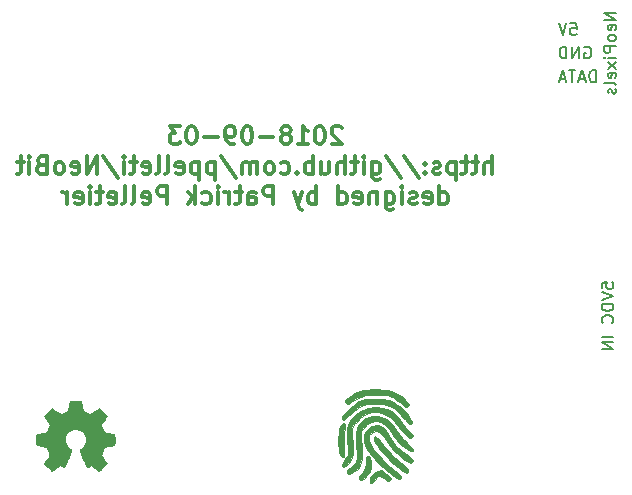
<source format=gbo>
G04 #@! TF.FileFunction,Legend,Bot*
%FSLAX46Y46*%
G04 Gerber Fmt 4.6, Leading zero omitted, Abs format (unit mm)*
G04 Created by KiCad (PCBNEW 4.0.7) date Monday, September 03, 2018 'PMt' 09:42:47 PM*
%MOMM*%
%LPD*%
G01*
G04 APERTURE LIST*
%ADD10C,0.100000*%
%ADD11C,0.200000*%
%ADD12C,0.300000*%
%ADD13C,0.010000*%
G04 APERTURE END LIST*
D10*
D11*
X185452381Y-86095238D02*
X184452381Y-86095238D01*
X185452381Y-86666667D01*
X184452381Y-86666667D01*
X185404762Y-87523810D02*
X185452381Y-87428572D01*
X185452381Y-87238095D01*
X185404762Y-87142857D01*
X185309524Y-87095238D01*
X184928571Y-87095238D01*
X184833333Y-87142857D01*
X184785714Y-87238095D01*
X184785714Y-87428572D01*
X184833333Y-87523810D01*
X184928571Y-87571429D01*
X185023810Y-87571429D01*
X185119048Y-87095238D01*
X185452381Y-88142857D02*
X185404762Y-88047619D01*
X185357143Y-88000000D01*
X185261905Y-87952381D01*
X184976190Y-87952381D01*
X184880952Y-88000000D01*
X184833333Y-88047619D01*
X184785714Y-88142857D01*
X184785714Y-88285715D01*
X184833333Y-88380953D01*
X184880952Y-88428572D01*
X184976190Y-88476191D01*
X185261905Y-88476191D01*
X185357143Y-88428572D01*
X185404762Y-88380953D01*
X185452381Y-88285715D01*
X185452381Y-88142857D01*
X185452381Y-88904762D02*
X184452381Y-88904762D01*
X184452381Y-89285715D01*
X184500000Y-89380953D01*
X184547619Y-89428572D01*
X184642857Y-89476191D01*
X184785714Y-89476191D01*
X184880952Y-89428572D01*
X184928571Y-89380953D01*
X184976190Y-89285715D01*
X184976190Y-88904762D01*
X185452381Y-89904762D02*
X184785714Y-89904762D01*
X184452381Y-89904762D02*
X184500000Y-89857143D01*
X184547619Y-89904762D01*
X184500000Y-89952381D01*
X184452381Y-89904762D01*
X184547619Y-89904762D01*
X185452381Y-90285714D02*
X184785714Y-90809524D01*
X184785714Y-90285714D02*
X185452381Y-90809524D01*
X185404762Y-91571429D02*
X185452381Y-91476191D01*
X185452381Y-91285714D01*
X185404762Y-91190476D01*
X185309524Y-91142857D01*
X184928571Y-91142857D01*
X184833333Y-91190476D01*
X184785714Y-91285714D01*
X184785714Y-91476191D01*
X184833333Y-91571429D01*
X184928571Y-91619048D01*
X185023810Y-91619048D01*
X185119048Y-91142857D01*
X185452381Y-92190476D02*
X185404762Y-92095238D01*
X185309524Y-92047619D01*
X184452381Y-92047619D01*
X185404762Y-92523810D02*
X185452381Y-92619048D01*
X185452381Y-92809524D01*
X185404762Y-92904763D01*
X185309524Y-92952382D01*
X185261905Y-92952382D01*
X185166667Y-92904763D01*
X185119048Y-92809524D01*
X185119048Y-92666667D01*
X185071429Y-92571429D01*
X184976190Y-92523810D01*
X184928571Y-92523810D01*
X184833333Y-92571429D01*
X184785714Y-92666667D01*
X184785714Y-92809524D01*
X184833333Y-92904763D01*
X184237381Y-109426667D02*
X184237381Y-108950476D01*
X184713571Y-108902857D01*
X184665952Y-108950476D01*
X184618333Y-109045714D01*
X184618333Y-109283810D01*
X184665952Y-109379048D01*
X184713571Y-109426667D01*
X184808810Y-109474286D01*
X185046905Y-109474286D01*
X185142143Y-109426667D01*
X185189762Y-109379048D01*
X185237381Y-109283810D01*
X185237381Y-109045714D01*
X185189762Y-108950476D01*
X185142143Y-108902857D01*
X184237381Y-109760000D02*
X185237381Y-110093333D01*
X184237381Y-110426667D01*
X185237381Y-110760000D02*
X184237381Y-110760000D01*
X184237381Y-110998095D01*
X184285000Y-111140953D01*
X184380238Y-111236191D01*
X184475476Y-111283810D01*
X184665952Y-111331429D01*
X184808810Y-111331429D01*
X184999286Y-111283810D01*
X185094524Y-111236191D01*
X185189762Y-111140953D01*
X185237381Y-110998095D01*
X185237381Y-110760000D01*
X185142143Y-112331429D02*
X185189762Y-112283810D01*
X185237381Y-112140953D01*
X185237381Y-112045715D01*
X185189762Y-111902857D01*
X185094524Y-111807619D01*
X184999286Y-111760000D01*
X184808810Y-111712381D01*
X184665952Y-111712381D01*
X184475476Y-111760000D01*
X184380238Y-111807619D01*
X184285000Y-111902857D01*
X184237381Y-112045715D01*
X184237381Y-112140953D01*
X184285000Y-112283810D01*
X184332619Y-112331429D01*
X185237381Y-113521905D02*
X184237381Y-113521905D01*
X185237381Y-113998095D02*
X184237381Y-113998095D01*
X185237381Y-114569524D01*
X184237381Y-114569524D01*
X183738096Y-91952381D02*
X183738096Y-90952381D01*
X183500001Y-90952381D01*
X183357143Y-91000000D01*
X183261905Y-91095238D01*
X183214286Y-91190476D01*
X183166667Y-91380952D01*
X183166667Y-91523810D01*
X183214286Y-91714286D01*
X183261905Y-91809524D01*
X183357143Y-91904762D01*
X183500001Y-91952381D01*
X183738096Y-91952381D01*
X182785715Y-91666667D02*
X182309524Y-91666667D01*
X182880953Y-91952381D02*
X182547620Y-90952381D01*
X182214286Y-91952381D01*
X182023810Y-90952381D02*
X181452381Y-90952381D01*
X181738096Y-91952381D02*
X181738096Y-90952381D01*
X181166667Y-91666667D02*
X180690476Y-91666667D01*
X181261905Y-91952381D02*
X180928572Y-90952381D01*
X180595238Y-91952381D01*
X182785714Y-89000000D02*
X182880952Y-88952381D01*
X183023809Y-88952381D01*
X183166667Y-89000000D01*
X183261905Y-89095238D01*
X183309524Y-89190476D01*
X183357143Y-89380952D01*
X183357143Y-89523810D01*
X183309524Y-89714286D01*
X183261905Y-89809524D01*
X183166667Y-89904762D01*
X183023809Y-89952381D01*
X182928571Y-89952381D01*
X182785714Y-89904762D01*
X182738095Y-89857143D01*
X182738095Y-89523810D01*
X182928571Y-89523810D01*
X182309524Y-89952381D02*
X182309524Y-88952381D01*
X181738095Y-89952381D01*
X181738095Y-88952381D01*
X181261905Y-89952381D02*
X181261905Y-88952381D01*
X181023810Y-88952381D01*
X180880952Y-89000000D01*
X180785714Y-89095238D01*
X180738095Y-89190476D01*
X180690476Y-89380952D01*
X180690476Y-89523810D01*
X180738095Y-89714286D01*
X180785714Y-89809524D01*
X180880952Y-89904762D01*
X181023810Y-89952381D01*
X181261905Y-89952381D01*
X181595238Y-86952381D02*
X182071429Y-86952381D01*
X182119048Y-87428571D01*
X182071429Y-87380952D01*
X181976191Y-87333333D01*
X181738095Y-87333333D01*
X181642857Y-87380952D01*
X181595238Y-87428571D01*
X181547619Y-87523810D01*
X181547619Y-87761905D01*
X181595238Y-87857143D01*
X181642857Y-87904762D01*
X181738095Y-87952381D01*
X181976191Y-87952381D01*
X182071429Y-87904762D01*
X182119048Y-87857143D01*
X181261905Y-86952381D02*
X180928572Y-87952381D01*
X180595238Y-86952381D01*
D12*
X162225713Y-95831429D02*
X162154284Y-95760000D01*
X162011427Y-95688571D01*
X161654284Y-95688571D01*
X161511427Y-95760000D01*
X161439998Y-95831429D01*
X161368570Y-95974286D01*
X161368570Y-96117143D01*
X161439998Y-96331429D01*
X162297141Y-97188571D01*
X161368570Y-97188571D01*
X160439999Y-95688571D02*
X160297142Y-95688571D01*
X160154285Y-95760000D01*
X160082856Y-95831429D01*
X160011427Y-95974286D01*
X159939999Y-96260000D01*
X159939999Y-96617143D01*
X160011427Y-96902857D01*
X160082856Y-97045714D01*
X160154285Y-97117143D01*
X160297142Y-97188571D01*
X160439999Y-97188571D01*
X160582856Y-97117143D01*
X160654285Y-97045714D01*
X160725713Y-96902857D01*
X160797142Y-96617143D01*
X160797142Y-96260000D01*
X160725713Y-95974286D01*
X160654285Y-95831429D01*
X160582856Y-95760000D01*
X160439999Y-95688571D01*
X158511428Y-97188571D02*
X159368571Y-97188571D01*
X158939999Y-97188571D02*
X158939999Y-95688571D01*
X159082856Y-95902857D01*
X159225714Y-96045714D01*
X159368571Y-96117143D01*
X157654285Y-96331429D02*
X157797143Y-96260000D01*
X157868571Y-96188571D01*
X157940000Y-96045714D01*
X157940000Y-95974286D01*
X157868571Y-95831429D01*
X157797143Y-95760000D01*
X157654285Y-95688571D01*
X157368571Y-95688571D01*
X157225714Y-95760000D01*
X157154285Y-95831429D01*
X157082857Y-95974286D01*
X157082857Y-96045714D01*
X157154285Y-96188571D01*
X157225714Y-96260000D01*
X157368571Y-96331429D01*
X157654285Y-96331429D01*
X157797143Y-96402857D01*
X157868571Y-96474286D01*
X157940000Y-96617143D01*
X157940000Y-96902857D01*
X157868571Y-97045714D01*
X157797143Y-97117143D01*
X157654285Y-97188571D01*
X157368571Y-97188571D01*
X157225714Y-97117143D01*
X157154285Y-97045714D01*
X157082857Y-96902857D01*
X157082857Y-96617143D01*
X157154285Y-96474286D01*
X157225714Y-96402857D01*
X157368571Y-96331429D01*
X156440000Y-96617143D02*
X155297143Y-96617143D01*
X154297143Y-95688571D02*
X154154286Y-95688571D01*
X154011429Y-95760000D01*
X153940000Y-95831429D01*
X153868571Y-95974286D01*
X153797143Y-96260000D01*
X153797143Y-96617143D01*
X153868571Y-96902857D01*
X153940000Y-97045714D01*
X154011429Y-97117143D01*
X154154286Y-97188571D01*
X154297143Y-97188571D01*
X154440000Y-97117143D01*
X154511429Y-97045714D01*
X154582857Y-96902857D01*
X154654286Y-96617143D01*
X154654286Y-96260000D01*
X154582857Y-95974286D01*
X154511429Y-95831429D01*
X154440000Y-95760000D01*
X154297143Y-95688571D01*
X153082858Y-97188571D02*
X152797143Y-97188571D01*
X152654286Y-97117143D01*
X152582858Y-97045714D01*
X152440000Y-96831429D01*
X152368572Y-96545714D01*
X152368572Y-95974286D01*
X152440000Y-95831429D01*
X152511429Y-95760000D01*
X152654286Y-95688571D01*
X152940000Y-95688571D01*
X153082858Y-95760000D01*
X153154286Y-95831429D01*
X153225715Y-95974286D01*
X153225715Y-96331429D01*
X153154286Y-96474286D01*
X153082858Y-96545714D01*
X152940000Y-96617143D01*
X152654286Y-96617143D01*
X152511429Y-96545714D01*
X152440000Y-96474286D01*
X152368572Y-96331429D01*
X151725715Y-96617143D02*
X150582858Y-96617143D01*
X149582858Y-95688571D02*
X149440001Y-95688571D01*
X149297144Y-95760000D01*
X149225715Y-95831429D01*
X149154286Y-95974286D01*
X149082858Y-96260000D01*
X149082858Y-96617143D01*
X149154286Y-96902857D01*
X149225715Y-97045714D01*
X149297144Y-97117143D01*
X149440001Y-97188571D01*
X149582858Y-97188571D01*
X149725715Y-97117143D01*
X149797144Y-97045714D01*
X149868572Y-96902857D01*
X149940001Y-96617143D01*
X149940001Y-96260000D01*
X149868572Y-95974286D01*
X149797144Y-95831429D01*
X149725715Y-95760000D01*
X149582858Y-95688571D01*
X148582858Y-95688571D02*
X147654287Y-95688571D01*
X148154287Y-96260000D01*
X147940001Y-96260000D01*
X147797144Y-96331429D01*
X147725715Y-96402857D01*
X147654287Y-96545714D01*
X147654287Y-96902857D01*
X147725715Y-97045714D01*
X147797144Y-97117143D01*
X147940001Y-97188571D01*
X148368573Y-97188571D01*
X148511430Y-97117143D01*
X148582858Y-97045714D01*
X174940002Y-99738571D02*
X174940002Y-98238571D01*
X174297145Y-99738571D02*
X174297145Y-98952857D01*
X174368574Y-98810000D01*
X174511431Y-98738571D01*
X174725716Y-98738571D01*
X174868574Y-98810000D01*
X174940002Y-98881429D01*
X173797145Y-98738571D02*
X173225716Y-98738571D01*
X173582859Y-98238571D02*
X173582859Y-99524286D01*
X173511431Y-99667143D01*
X173368573Y-99738571D01*
X173225716Y-99738571D01*
X172940002Y-98738571D02*
X172368573Y-98738571D01*
X172725716Y-98238571D02*
X172725716Y-99524286D01*
X172654288Y-99667143D01*
X172511430Y-99738571D01*
X172368573Y-99738571D01*
X171868573Y-98738571D02*
X171868573Y-100238571D01*
X171868573Y-98810000D02*
X171725716Y-98738571D01*
X171440002Y-98738571D01*
X171297145Y-98810000D01*
X171225716Y-98881429D01*
X171154287Y-99024286D01*
X171154287Y-99452857D01*
X171225716Y-99595714D01*
X171297145Y-99667143D01*
X171440002Y-99738571D01*
X171725716Y-99738571D01*
X171868573Y-99667143D01*
X170582859Y-99667143D02*
X170440002Y-99738571D01*
X170154287Y-99738571D01*
X170011430Y-99667143D01*
X169940002Y-99524286D01*
X169940002Y-99452857D01*
X170011430Y-99310000D01*
X170154287Y-99238571D01*
X170368573Y-99238571D01*
X170511430Y-99167143D01*
X170582859Y-99024286D01*
X170582859Y-98952857D01*
X170511430Y-98810000D01*
X170368573Y-98738571D01*
X170154287Y-98738571D01*
X170011430Y-98810000D01*
X169297144Y-99595714D02*
X169225716Y-99667143D01*
X169297144Y-99738571D01*
X169368573Y-99667143D01*
X169297144Y-99595714D01*
X169297144Y-99738571D01*
X169297144Y-98810000D02*
X169225716Y-98881429D01*
X169297144Y-98952857D01*
X169368573Y-98881429D01*
X169297144Y-98810000D01*
X169297144Y-98952857D01*
X167511430Y-98167143D02*
X168797144Y-100095714D01*
X165940001Y-98167143D02*
X167225715Y-100095714D01*
X164797143Y-98738571D02*
X164797143Y-99952857D01*
X164868572Y-100095714D01*
X164940000Y-100167143D01*
X165082857Y-100238571D01*
X165297143Y-100238571D01*
X165440000Y-100167143D01*
X164797143Y-99667143D02*
X164940000Y-99738571D01*
X165225714Y-99738571D01*
X165368572Y-99667143D01*
X165440000Y-99595714D01*
X165511429Y-99452857D01*
X165511429Y-99024286D01*
X165440000Y-98881429D01*
X165368572Y-98810000D01*
X165225714Y-98738571D01*
X164940000Y-98738571D01*
X164797143Y-98810000D01*
X164082857Y-99738571D02*
X164082857Y-98738571D01*
X164082857Y-98238571D02*
X164154286Y-98310000D01*
X164082857Y-98381429D01*
X164011429Y-98310000D01*
X164082857Y-98238571D01*
X164082857Y-98381429D01*
X163582857Y-98738571D02*
X163011428Y-98738571D01*
X163368571Y-98238571D02*
X163368571Y-99524286D01*
X163297143Y-99667143D01*
X163154285Y-99738571D01*
X163011428Y-99738571D01*
X162511428Y-99738571D02*
X162511428Y-98238571D01*
X161868571Y-99738571D02*
X161868571Y-98952857D01*
X161940000Y-98810000D01*
X162082857Y-98738571D01*
X162297142Y-98738571D01*
X162440000Y-98810000D01*
X162511428Y-98881429D01*
X160511428Y-98738571D02*
X160511428Y-99738571D01*
X161154285Y-98738571D02*
X161154285Y-99524286D01*
X161082857Y-99667143D01*
X160939999Y-99738571D01*
X160725714Y-99738571D01*
X160582857Y-99667143D01*
X160511428Y-99595714D01*
X159797142Y-99738571D02*
X159797142Y-98238571D01*
X159797142Y-98810000D02*
X159654285Y-98738571D01*
X159368571Y-98738571D01*
X159225714Y-98810000D01*
X159154285Y-98881429D01*
X159082856Y-99024286D01*
X159082856Y-99452857D01*
X159154285Y-99595714D01*
X159225714Y-99667143D01*
X159368571Y-99738571D01*
X159654285Y-99738571D01*
X159797142Y-99667143D01*
X158439999Y-99595714D02*
X158368571Y-99667143D01*
X158439999Y-99738571D01*
X158511428Y-99667143D01*
X158439999Y-99595714D01*
X158439999Y-99738571D01*
X157082856Y-99667143D02*
X157225713Y-99738571D01*
X157511427Y-99738571D01*
X157654285Y-99667143D01*
X157725713Y-99595714D01*
X157797142Y-99452857D01*
X157797142Y-99024286D01*
X157725713Y-98881429D01*
X157654285Y-98810000D01*
X157511427Y-98738571D01*
X157225713Y-98738571D01*
X157082856Y-98810000D01*
X156225713Y-99738571D02*
X156368571Y-99667143D01*
X156439999Y-99595714D01*
X156511428Y-99452857D01*
X156511428Y-99024286D01*
X156439999Y-98881429D01*
X156368571Y-98810000D01*
X156225713Y-98738571D01*
X156011428Y-98738571D01*
X155868571Y-98810000D01*
X155797142Y-98881429D01*
X155725713Y-99024286D01*
X155725713Y-99452857D01*
X155797142Y-99595714D01*
X155868571Y-99667143D01*
X156011428Y-99738571D01*
X156225713Y-99738571D01*
X155082856Y-99738571D02*
X155082856Y-98738571D01*
X155082856Y-98881429D02*
X155011428Y-98810000D01*
X154868570Y-98738571D01*
X154654285Y-98738571D01*
X154511428Y-98810000D01*
X154439999Y-98952857D01*
X154439999Y-99738571D01*
X154439999Y-98952857D02*
X154368570Y-98810000D01*
X154225713Y-98738571D01*
X154011428Y-98738571D01*
X153868570Y-98810000D01*
X153797142Y-98952857D01*
X153797142Y-99738571D01*
X152011428Y-98167143D02*
X153297142Y-100095714D01*
X151511427Y-98738571D02*
X151511427Y-100238571D01*
X151511427Y-98810000D02*
X151368570Y-98738571D01*
X151082856Y-98738571D01*
X150939999Y-98810000D01*
X150868570Y-98881429D01*
X150797141Y-99024286D01*
X150797141Y-99452857D01*
X150868570Y-99595714D01*
X150939999Y-99667143D01*
X151082856Y-99738571D01*
X151368570Y-99738571D01*
X151511427Y-99667143D01*
X150154284Y-98738571D02*
X150154284Y-100238571D01*
X150154284Y-98810000D02*
X150011427Y-98738571D01*
X149725713Y-98738571D01*
X149582856Y-98810000D01*
X149511427Y-98881429D01*
X149439998Y-99024286D01*
X149439998Y-99452857D01*
X149511427Y-99595714D01*
X149582856Y-99667143D01*
X149725713Y-99738571D01*
X150011427Y-99738571D01*
X150154284Y-99667143D01*
X148225713Y-99667143D02*
X148368570Y-99738571D01*
X148654284Y-99738571D01*
X148797141Y-99667143D01*
X148868570Y-99524286D01*
X148868570Y-98952857D01*
X148797141Y-98810000D01*
X148654284Y-98738571D01*
X148368570Y-98738571D01*
X148225713Y-98810000D01*
X148154284Y-98952857D01*
X148154284Y-99095714D01*
X148868570Y-99238571D01*
X147297141Y-99738571D02*
X147439999Y-99667143D01*
X147511427Y-99524286D01*
X147511427Y-98238571D01*
X146511427Y-99738571D02*
X146654285Y-99667143D01*
X146725713Y-99524286D01*
X146725713Y-98238571D01*
X145368571Y-99667143D02*
X145511428Y-99738571D01*
X145797142Y-99738571D01*
X145939999Y-99667143D01*
X146011428Y-99524286D01*
X146011428Y-98952857D01*
X145939999Y-98810000D01*
X145797142Y-98738571D01*
X145511428Y-98738571D01*
X145368571Y-98810000D01*
X145297142Y-98952857D01*
X145297142Y-99095714D01*
X146011428Y-99238571D01*
X144868571Y-98738571D02*
X144297142Y-98738571D01*
X144654285Y-98238571D02*
X144654285Y-99524286D01*
X144582857Y-99667143D01*
X144439999Y-99738571D01*
X144297142Y-99738571D01*
X143797142Y-99738571D02*
X143797142Y-98738571D01*
X143797142Y-98238571D02*
X143868571Y-98310000D01*
X143797142Y-98381429D01*
X143725714Y-98310000D01*
X143797142Y-98238571D01*
X143797142Y-98381429D01*
X142011428Y-98167143D02*
X143297142Y-100095714D01*
X141511427Y-99738571D02*
X141511427Y-98238571D01*
X140654284Y-99738571D01*
X140654284Y-98238571D01*
X139368570Y-99667143D02*
X139511427Y-99738571D01*
X139797141Y-99738571D01*
X139939998Y-99667143D01*
X140011427Y-99524286D01*
X140011427Y-98952857D01*
X139939998Y-98810000D01*
X139797141Y-98738571D01*
X139511427Y-98738571D01*
X139368570Y-98810000D01*
X139297141Y-98952857D01*
X139297141Y-99095714D01*
X140011427Y-99238571D01*
X138439998Y-99738571D02*
X138582856Y-99667143D01*
X138654284Y-99595714D01*
X138725713Y-99452857D01*
X138725713Y-99024286D01*
X138654284Y-98881429D01*
X138582856Y-98810000D01*
X138439998Y-98738571D01*
X138225713Y-98738571D01*
X138082856Y-98810000D01*
X138011427Y-98881429D01*
X137939998Y-99024286D01*
X137939998Y-99452857D01*
X138011427Y-99595714D01*
X138082856Y-99667143D01*
X138225713Y-99738571D01*
X138439998Y-99738571D01*
X136797141Y-98952857D02*
X136582855Y-99024286D01*
X136511427Y-99095714D01*
X136439998Y-99238571D01*
X136439998Y-99452857D01*
X136511427Y-99595714D01*
X136582855Y-99667143D01*
X136725713Y-99738571D01*
X137297141Y-99738571D01*
X137297141Y-98238571D01*
X136797141Y-98238571D01*
X136654284Y-98310000D01*
X136582855Y-98381429D01*
X136511427Y-98524286D01*
X136511427Y-98667143D01*
X136582855Y-98810000D01*
X136654284Y-98881429D01*
X136797141Y-98952857D01*
X137297141Y-98952857D01*
X135797141Y-99738571D02*
X135797141Y-98738571D01*
X135797141Y-98238571D02*
X135868570Y-98310000D01*
X135797141Y-98381429D01*
X135725713Y-98310000D01*
X135797141Y-98238571D01*
X135797141Y-98381429D01*
X135297141Y-98738571D02*
X134725712Y-98738571D01*
X135082855Y-98238571D02*
X135082855Y-99524286D01*
X135011427Y-99667143D01*
X134868569Y-99738571D01*
X134725712Y-99738571D01*
X170511428Y-102288571D02*
X170511428Y-100788571D01*
X170511428Y-102217143D02*
X170654285Y-102288571D01*
X170939999Y-102288571D01*
X171082857Y-102217143D01*
X171154285Y-102145714D01*
X171225714Y-102002857D01*
X171225714Y-101574286D01*
X171154285Y-101431429D01*
X171082857Y-101360000D01*
X170939999Y-101288571D01*
X170654285Y-101288571D01*
X170511428Y-101360000D01*
X169225714Y-102217143D02*
X169368571Y-102288571D01*
X169654285Y-102288571D01*
X169797142Y-102217143D01*
X169868571Y-102074286D01*
X169868571Y-101502857D01*
X169797142Y-101360000D01*
X169654285Y-101288571D01*
X169368571Y-101288571D01*
X169225714Y-101360000D01*
X169154285Y-101502857D01*
X169154285Y-101645714D01*
X169868571Y-101788571D01*
X168582857Y-102217143D02*
X168440000Y-102288571D01*
X168154285Y-102288571D01*
X168011428Y-102217143D01*
X167940000Y-102074286D01*
X167940000Y-102002857D01*
X168011428Y-101860000D01*
X168154285Y-101788571D01*
X168368571Y-101788571D01*
X168511428Y-101717143D01*
X168582857Y-101574286D01*
X168582857Y-101502857D01*
X168511428Y-101360000D01*
X168368571Y-101288571D01*
X168154285Y-101288571D01*
X168011428Y-101360000D01*
X167297142Y-102288571D02*
X167297142Y-101288571D01*
X167297142Y-100788571D02*
X167368571Y-100860000D01*
X167297142Y-100931429D01*
X167225714Y-100860000D01*
X167297142Y-100788571D01*
X167297142Y-100931429D01*
X165939999Y-101288571D02*
X165939999Y-102502857D01*
X166011428Y-102645714D01*
X166082856Y-102717143D01*
X166225713Y-102788571D01*
X166439999Y-102788571D01*
X166582856Y-102717143D01*
X165939999Y-102217143D02*
X166082856Y-102288571D01*
X166368570Y-102288571D01*
X166511428Y-102217143D01*
X166582856Y-102145714D01*
X166654285Y-102002857D01*
X166654285Y-101574286D01*
X166582856Y-101431429D01*
X166511428Y-101360000D01*
X166368570Y-101288571D01*
X166082856Y-101288571D01*
X165939999Y-101360000D01*
X165225713Y-101288571D02*
X165225713Y-102288571D01*
X165225713Y-101431429D02*
X165154285Y-101360000D01*
X165011427Y-101288571D01*
X164797142Y-101288571D01*
X164654285Y-101360000D01*
X164582856Y-101502857D01*
X164582856Y-102288571D01*
X163297142Y-102217143D02*
X163439999Y-102288571D01*
X163725713Y-102288571D01*
X163868570Y-102217143D01*
X163939999Y-102074286D01*
X163939999Y-101502857D01*
X163868570Y-101360000D01*
X163725713Y-101288571D01*
X163439999Y-101288571D01*
X163297142Y-101360000D01*
X163225713Y-101502857D01*
X163225713Y-101645714D01*
X163939999Y-101788571D01*
X161939999Y-102288571D02*
X161939999Y-100788571D01*
X161939999Y-102217143D02*
X162082856Y-102288571D01*
X162368570Y-102288571D01*
X162511428Y-102217143D01*
X162582856Y-102145714D01*
X162654285Y-102002857D01*
X162654285Y-101574286D01*
X162582856Y-101431429D01*
X162511428Y-101360000D01*
X162368570Y-101288571D01*
X162082856Y-101288571D01*
X161939999Y-101360000D01*
X160082856Y-102288571D02*
X160082856Y-100788571D01*
X160082856Y-101360000D02*
X159939999Y-101288571D01*
X159654285Y-101288571D01*
X159511428Y-101360000D01*
X159439999Y-101431429D01*
X159368570Y-101574286D01*
X159368570Y-102002857D01*
X159439999Y-102145714D01*
X159511428Y-102217143D01*
X159654285Y-102288571D01*
X159939999Y-102288571D01*
X160082856Y-102217143D01*
X158868570Y-101288571D02*
X158511427Y-102288571D01*
X158154285Y-101288571D02*
X158511427Y-102288571D01*
X158654285Y-102645714D01*
X158725713Y-102717143D01*
X158868570Y-102788571D01*
X156439999Y-102288571D02*
X156439999Y-100788571D01*
X155868571Y-100788571D01*
X155725713Y-100860000D01*
X155654285Y-100931429D01*
X155582856Y-101074286D01*
X155582856Y-101288571D01*
X155654285Y-101431429D01*
X155725713Y-101502857D01*
X155868571Y-101574286D01*
X156439999Y-101574286D01*
X154297142Y-102288571D02*
X154297142Y-101502857D01*
X154368571Y-101360000D01*
X154511428Y-101288571D01*
X154797142Y-101288571D01*
X154939999Y-101360000D01*
X154297142Y-102217143D02*
X154439999Y-102288571D01*
X154797142Y-102288571D01*
X154939999Y-102217143D01*
X155011428Y-102074286D01*
X155011428Y-101931429D01*
X154939999Y-101788571D01*
X154797142Y-101717143D01*
X154439999Y-101717143D01*
X154297142Y-101645714D01*
X153797142Y-101288571D02*
X153225713Y-101288571D01*
X153582856Y-100788571D02*
X153582856Y-102074286D01*
X153511428Y-102217143D01*
X153368570Y-102288571D01*
X153225713Y-102288571D01*
X152725713Y-102288571D02*
X152725713Y-101288571D01*
X152725713Y-101574286D02*
X152654285Y-101431429D01*
X152582856Y-101360000D01*
X152439999Y-101288571D01*
X152297142Y-101288571D01*
X151797142Y-102288571D02*
X151797142Y-101288571D01*
X151797142Y-100788571D02*
X151868571Y-100860000D01*
X151797142Y-100931429D01*
X151725714Y-100860000D01*
X151797142Y-100788571D01*
X151797142Y-100931429D01*
X150439999Y-102217143D02*
X150582856Y-102288571D01*
X150868570Y-102288571D01*
X151011428Y-102217143D01*
X151082856Y-102145714D01*
X151154285Y-102002857D01*
X151154285Y-101574286D01*
X151082856Y-101431429D01*
X151011428Y-101360000D01*
X150868570Y-101288571D01*
X150582856Y-101288571D01*
X150439999Y-101360000D01*
X149797142Y-102288571D02*
X149797142Y-100788571D01*
X149654285Y-101717143D02*
X149225714Y-102288571D01*
X149225714Y-101288571D02*
X149797142Y-101860000D01*
X147439999Y-102288571D02*
X147439999Y-100788571D01*
X146868571Y-100788571D01*
X146725713Y-100860000D01*
X146654285Y-100931429D01*
X146582856Y-101074286D01*
X146582856Y-101288571D01*
X146654285Y-101431429D01*
X146725713Y-101502857D01*
X146868571Y-101574286D01*
X147439999Y-101574286D01*
X145368571Y-102217143D02*
X145511428Y-102288571D01*
X145797142Y-102288571D01*
X145939999Y-102217143D01*
X146011428Y-102074286D01*
X146011428Y-101502857D01*
X145939999Y-101360000D01*
X145797142Y-101288571D01*
X145511428Y-101288571D01*
X145368571Y-101360000D01*
X145297142Y-101502857D01*
X145297142Y-101645714D01*
X146011428Y-101788571D01*
X144439999Y-102288571D02*
X144582857Y-102217143D01*
X144654285Y-102074286D01*
X144654285Y-100788571D01*
X143654285Y-102288571D02*
X143797143Y-102217143D01*
X143868571Y-102074286D01*
X143868571Y-100788571D01*
X142511429Y-102217143D02*
X142654286Y-102288571D01*
X142940000Y-102288571D01*
X143082857Y-102217143D01*
X143154286Y-102074286D01*
X143154286Y-101502857D01*
X143082857Y-101360000D01*
X142940000Y-101288571D01*
X142654286Y-101288571D01*
X142511429Y-101360000D01*
X142440000Y-101502857D01*
X142440000Y-101645714D01*
X143154286Y-101788571D01*
X142011429Y-101288571D02*
X141440000Y-101288571D01*
X141797143Y-100788571D02*
X141797143Y-102074286D01*
X141725715Y-102217143D01*
X141582857Y-102288571D01*
X141440000Y-102288571D01*
X140940000Y-102288571D02*
X140940000Y-101288571D01*
X140940000Y-100788571D02*
X141011429Y-100860000D01*
X140940000Y-100931429D01*
X140868572Y-100860000D01*
X140940000Y-100788571D01*
X140940000Y-100931429D01*
X139654286Y-102217143D02*
X139797143Y-102288571D01*
X140082857Y-102288571D01*
X140225714Y-102217143D01*
X140297143Y-102074286D01*
X140297143Y-101502857D01*
X140225714Y-101360000D01*
X140082857Y-101288571D01*
X139797143Y-101288571D01*
X139654286Y-101360000D01*
X139582857Y-101502857D01*
X139582857Y-101645714D01*
X140297143Y-101788571D01*
X138940000Y-102288571D02*
X138940000Y-101288571D01*
X138940000Y-101574286D02*
X138868572Y-101431429D01*
X138797143Y-101360000D01*
X138654286Y-101288571D01*
X138511429Y-101288571D01*
D13*
G36*
X165287474Y-124842699D02*
X165013228Y-124980071D01*
X164780051Y-125209071D01*
X164628370Y-125493218D01*
X164592317Y-125708833D01*
X164639814Y-125868909D01*
X164757533Y-125907107D01*
X164907200Y-125831559D01*
X165050540Y-125650396D01*
X165072943Y-125606722D01*
X165190237Y-125405629D01*
X165301671Y-125282714D01*
X165319786Y-125272933D01*
X165442247Y-125297577D01*
X165642048Y-125404974D01*
X165792713Y-125509854D01*
X166078593Y-125694747D01*
X166267637Y-125740825D01*
X166359969Y-125648098D01*
X166370000Y-125559775D01*
X166304486Y-125413658D01*
X166139183Y-125225023D01*
X165920952Y-125036014D01*
X165696656Y-124888774D01*
X165562362Y-124833439D01*
X165287474Y-124842699D01*
X165287474Y-124842699D01*
G37*
X165287474Y-124842699D02*
X165013228Y-124980071D01*
X164780051Y-125209071D01*
X164628370Y-125493218D01*
X164592317Y-125708833D01*
X164639814Y-125868909D01*
X164757533Y-125907107D01*
X164907200Y-125831559D01*
X165050540Y-125650396D01*
X165072943Y-125606722D01*
X165190237Y-125405629D01*
X165301671Y-125282714D01*
X165319786Y-125272933D01*
X165442247Y-125297577D01*
X165642048Y-125404974D01*
X165792713Y-125509854D01*
X166078593Y-125694747D01*
X166267637Y-125740825D01*
X166359969Y-125648098D01*
X166370000Y-125559775D01*
X166304486Y-125413658D01*
X166139183Y-125225023D01*
X165920952Y-125036014D01*
X165696656Y-124888774D01*
X165562362Y-124833439D01*
X165287474Y-124842699D01*
G36*
X164380742Y-123643794D02*
X164296988Y-123711837D01*
X164275586Y-123856831D01*
X164298546Y-124068686D01*
X164313726Y-124382781D01*
X164239285Y-124652083D01*
X164054589Y-124929649D01*
X163893307Y-125110586D01*
X163729594Y-125326651D01*
X163683832Y-125492370D01*
X163689143Y-125512753D01*
X163788063Y-125629663D01*
X163947473Y-125604829D01*
X164176486Y-125435544D01*
X164278706Y-125337738D01*
X164590208Y-124927163D01*
X164736452Y-124482313D01*
X164735506Y-124101210D01*
X164664370Y-123794038D01*
X164550651Y-123643631D01*
X164387571Y-123641249D01*
X164380742Y-123643794D01*
X164380742Y-123643794D01*
G37*
X164380742Y-123643794D02*
X164296988Y-123711837D01*
X164275586Y-123856831D01*
X164298546Y-124068686D01*
X164313726Y-124382781D01*
X164239285Y-124652083D01*
X164054589Y-124929649D01*
X163893307Y-125110586D01*
X163729594Y-125326651D01*
X163683832Y-125492370D01*
X163689143Y-125512753D01*
X163788063Y-125629663D01*
X163947473Y-125604829D01*
X164176486Y-125435544D01*
X164278706Y-125337738D01*
X164590208Y-124927163D01*
X164736452Y-124482313D01*
X164735506Y-124101210D01*
X164664370Y-123794038D01*
X164550651Y-123643631D01*
X164387571Y-123641249D01*
X164380742Y-123643794D01*
G36*
X164833693Y-121050231D02*
X164520645Y-121221908D01*
X164279407Y-121502555D01*
X164134412Y-121862771D01*
X164110092Y-122273156D01*
X164115162Y-122315275D01*
X164235304Y-122708071D01*
X164487755Y-123163168D01*
X164856584Y-123661029D01*
X165325857Y-124182114D01*
X165879642Y-124706882D01*
X166444261Y-125171660D01*
X166782805Y-125413771D01*
X167016443Y-125534769D01*
X167155752Y-125537383D01*
X167211309Y-125424344D01*
X167213262Y-125370167D01*
X167149105Y-125209388D01*
X166953384Y-125002973D01*
X166697718Y-124798667D01*
X166222664Y-124414029D01*
X165769356Y-123989332D01*
X165357190Y-123548328D01*
X165005563Y-123114768D01*
X164733871Y-122712405D01*
X164561509Y-122364991D01*
X164507333Y-122116353D01*
X164583564Y-121848493D01*
X164778514Y-121629011D01*
X165041574Y-121507153D01*
X165144170Y-121496667D01*
X165377900Y-121550510D01*
X165594714Y-121724072D01*
X165812878Y-122035402D01*
X165950962Y-122293697D01*
X166113110Y-122544298D01*
X166363442Y-122842824D01*
X166673228Y-123163647D01*
X167013739Y-123481141D01*
X167356243Y-123769680D01*
X167672010Y-124003636D01*
X167932312Y-124157384D01*
X168094856Y-124206000D01*
X168220887Y-124153117D01*
X168237369Y-124019908D01*
X168155730Y-123844533D01*
X167987397Y-123665152D01*
X167917380Y-123613333D01*
X167305169Y-123162722D01*
X166829334Y-122721473D01*
X166461277Y-122260789D01*
X166282639Y-121967380D01*
X166029878Y-121552121D01*
X165792163Y-121273853D01*
X165539454Y-121106343D01*
X165241709Y-121023363D01*
X165194118Y-121016925D01*
X164833693Y-121050231D01*
X164833693Y-121050231D01*
G37*
X164833693Y-121050231D02*
X164520645Y-121221908D01*
X164279407Y-121502555D01*
X164134412Y-121862771D01*
X164110092Y-122273156D01*
X164115162Y-122315275D01*
X164235304Y-122708071D01*
X164487755Y-123163168D01*
X164856584Y-123661029D01*
X165325857Y-124182114D01*
X165879642Y-124706882D01*
X166444261Y-125171660D01*
X166782805Y-125413771D01*
X167016443Y-125534769D01*
X167155752Y-125537383D01*
X167211309Y-125424344D01*
X167213262Y-125370167D01*
X167149105Y-125209388D01*
X166953384Y-125002973D01*
X166697718Y-124798667D01*
X166222664Y-124414029D01*
X165769356Y-123989332D01*
X165357190Y-123548328D01*
X165005563Y-123114768D01*
X164733871Y-122712405D01*
X164561509Y-122364991D01*
X164507333Y-122116353D01*
X164583564Y-121848493D01*
X164778514Y-121629011D01*
X165041574Y-121507153D01*
X165144170Y-121496667D01*
X165377900Y-121550510D01*
X165594714Y-121724072D01*
X165812878Y-122035402D01*
X165950962Y-122293697D01*
X166113110Y-122544298D01*
X166363442Y-122842824D01*
X166673228Y-123163647D01*
X167013739Y-123481141D01*
X167356243Y-123769680D01*
X167672010Y-124003636D01*
X167932312Y-124157384D01*
X168094856Y-124206000D01*
X168220887Y-124153117D01*
X168237369Y-124019908D01*
X168155730Y-123844533D01*
X167987397Y-123665152D01*
X167917380Y-123613333D01*
X167305169Y-123162722D01*
X166829334Y-122721473D01*
X166461277Y-122260789D01*
X166282639Y-121967380D01*
X166029878Y-121552121D01*
X165792163Y-121273853D01*
X165539454Y-121106343D01*
X165241709Y-121023363D01*
X165194118Y-121016925D01*
X164833693Y-121050231D01*
G36*
X164812317Y-120262338D02*
X164325173Y-120430067D01*
X163889392Y-120741369D01*
X163709660Y-120936140D01*
X163613601Y-121065497D01*
X163542016Y-121200432D01*
X163492804Y-121365013D01*
X163463861Y-121583311D01*
X163453084Y-121879395D01*
X163458370Y-122277333D01*
X163477616Y-122801196D01*
X163501333Y-123320434D01*
X163501308Y-123776277D01*
X163439304Y-124108903D01*
X163298063Y-124358418D01*
X163060328Y-124564927D01*
X162930640Y-124646664D01*
X162716520Y-124818098D01*
X162651258Y-124967253D01*
X162714398Y-125069218D01*
X162885487Y-125099086D01*
X163144068Y-125031946D01*
X163218861Y-124997645D01*
X163573028Y-124730606D01*
X163821280Y-124343210D01*
X163956330Y-123852743D01*
X163970896Y-123276489D01*
X163966330Y-123223958D01*
X163912460Y-122661065D01*
X163873815Y-122241474D01*
X163850957Y-121939792D01*
X163844447Y-121730626D01*
X163854846Y-121588580D01*
X163882714Y-121488260D01*
X163928612Y-121404274D01*
X163993103Y-121311225D01*
X164009093Y-121288109D01*
X164339890Y-120927615D01*
X164718744Y-120717784D01*
X165123641Y-120655123D01*
X165532568Y-120736140D01*
X165923511Y-120957342D01*
X166274456Y-121315237D01*
X166504738Y-121684041D01*
X166684793Y-121991064D01*
X166897398Y-122292383D01*
X166975642Y-122387509D01*
X167206814Y-122618731D01*
X167479485Y-122845096D01*
X167750670Y-123035666D01*
X167977383Y-123159507D01*
X168090697Y-123190000D01*
X168232560Y-123146706D01*
X168230070Y-123017953D01*
X168084055Y-122805431D01*
X167795346Y-122510831D01*
X167726032Y-122447171D01*
X167426439Y-122149134D01*
X167143777Y-121822639D01*
X166928949Y-121527589D01*
X166891369Y-121464983D01*
X166583655Y-120992575D01*
X166259518Y-120654025D01*
X165884821Y-120414786D01*
X165826370Y-120387244D01*
X165322242Y-120245593D01*
X164812317Y-120262338D01*
X164812317Y-120262338D01*
G37*
X164812317Y-120262338D02*
X164325173Y-120430067D01*
X163889392Y-120741369D01*
X163709660Y-120936140D01*
X163613601Y-121065497D01*
X163542016Y-121200432D01*
X163492804Y-121365013D01*
X163463861Y-121583311D01*
X163453084Y-121879395D01*
X163458370Y-122277333D01*
X163477616Y-122801196D01*
X163501333Y-123320434D01*
X163501308Y-123776277D01*
X163439304Y-124108903D01*
X163298063Y-124358418D01*
X163060328Y-124564927D01*
X162930640Y-124646664D01*
X162716520Y-124818098D01*
X162651258Y-124967253D01*
X162714398Y-125069218D01*
X162885487Y-125099086D01*
X163144068Y-125031946D01*
X163218861Y-124997645D01*
X163573028Y-124730606D01*
X163821280Y-124343210D01*
X163956330Y-123852743D01*
X163970896Y-123276489D01*
X163966330Y-123223958D01*
X163912460Y-122661065D01*
X163873815Y-122241474D01*
X163850957Y-121939792D01*
X163844447Y-121730626D01*
X163854846Y-121588580D01*
X163882714Y-121488260D01*
X163928612Y-121404274D01*
X163993103Y-121311225D01*
X164009093Y-121288109D01*
X164339890Y-120927615D01*
X164718744Y-120717784D01*
X165123641Y-120655123D01*
X165532568Y-120736140D01*
X165923511Y-120957342D01*
X166274456Y-121315237D01*
X166504738Y-121684041D01*
X166684793Y-121991064D01*
X166897398Y-122292383D01*
X166975642Y-122387509D01*
X167206814Y-122618731D01*
X167479485Y-122845096D01*
X167750670Y-123035666D01*
X167977383Y-123159507D01*
X168090697Y-123190000D01*
X168232560Y-123146706D01*
X168230070Y-123017953D01*
X168084055Y-122805431D01*
X167795346Y-122510831D01*
X167726032Y-122447171D01*
X167426439Y-122149134D01*
X167143777Y-121822639D01*
X166928949Y-121527589D01*
X166891369Y-121464983D01*
X166583655Y-120992575D01*
X166259518Y-120654025D01*
X165884821Y-120414786D01*
X165826370Y-120387244D01*
X165322242Y-120245593D01*
X164812317Y-120262338D01*
G36*
X164943419Y-122000188D02*
X164930667Y-122112012D01*
X164995197Y-122343578D01*
X165188202Y-122682976D01*
X165508802Y-123128761D01*
X165686249Y-123353514D01*
X165866906Y-123551943D01*
X166124423Y-123802189D01*
X166430462Y-124080338D01*
X166756687Y-124362473D01*
X167074759Y-124624678D01*
X167356340Y-124843038D01*
X167573094Y-124993635D01*
X167696682Y-125052554D01*
X167699536Y-125052667D01*
X167824050Y-124983782D01*
X167869930Y-124908603D01*
X167858344Y-124780212D01*
X167723510Y-124612479D01*
X167552849Y-124464103D01*
X167060462Y-124043569D01*
X166578818Y-123590053D01*
X166141784Y-123138180D01*
X165783229Y-122722575D01*
X165582000Y-122449167D01*
X165355859Y-122145017D01*
X165165227Y-121964237D01*
X165023336Y-121913678D01*
X164943419Y-122000188D01*
X164943419Y-122000188D01*
G37*
X164943419Y-122000188D02*
X164930667Y-122112012D01*
X164995197Y-122343578D01*
X165188202Y-122682976D01*
X165508802Y-123128761D01*
X165686249Y-123353514D01*
X165866906Y-123551943D01*
X166124423Y-123802189D01*
X166430462Y-124080338D01*
X166756687Y-124362473D01*
X167074759Y-124624678D01*
X167356340Y-124843038D01*
X167573094Y-124993635D01*
X167696682Y-125052554D01*
X167699536Y-125052667D01*
X167824050Y-124983782D01*
X167869930Y-124908603D01*
X167858344Y-124780212D01*
X167723510Y-124612479D01*
X167552849Y-124464103D01*
X167060462Y-124043569D01*
X166578818Y-123590053D01*
X166141784Y-123138180D01*
X165783229Y-122722575D01*
X165582000Y-122449167D01*
X165355859Y-122145017D01*
X165165227Y-121964237D01*
X165023336Y-121913678D01*
X164943419Y-122000188D01*
G36*
X164458193Y-119545189D02*
X163872155Y-119777283D01*
X163365069Y-120146736D01*
X162960116Y-120639338D01*
X162841046Y-120849501D01*
X162736092Y-121071828D01*
X162675370Y-121263284D01*
X162651269Y-121477882D01*
X162656182Y-121769630D01*
X162672585Y-122045278D01*
X162701658Y-122428299D01*
X162735067Y-122782336D01*
X162766950Y-123047464D01*
X162776344Y-123106381D01*
X162790799Y-123298524D01*
X162744547Y-123482115D01*
X162618747Y-123713020D01*
X162521790Y-123861206D01*
X162329961Y-124189125D01*
X162265887Y-124411883D01*
X162329862Y-124527482D01*
X162421572Y-124544667D01*
X162547008Y-124485203D01*
X162721539Y-124335343D01*
X162796267Y-124255595D01*
X163004849Y-123983366D01*
X163135882Y-123709117D01*
X163197669Y-123391875D01*
X163198513Y-122990666D01*
X163151464Y-122502846D01*
X163099898Y-122010155D01*
X163088708Y-121640687D01*
X163124229Y-121351790D01*
X163212795Y-121100811D01*
X163360739Y-120845098D01*
X163408051Y-120774989D01*
X163785688Y-120365461D01*
X164251087Y-120079532D01*
X164771206Y-119923918D01*
X165313002Y-119905336D01*
X165843434Y-120030502D01*
X166192907Y-120208942D01*
X166423074Y-120400427D01*
X166690521Y-120687182D01*
X166947748Y-121017897D01*
X166966221Y-121044367D01*
X167321295Y-121516920D01*
X167636582Y-121852903D01*
X167904035Y-122044695D01*
X168069830Y-122089333D01*
X168202031Y-122033393D01*
X168228390Y-121898800D01*
X168153351Y-121735396D01*
X168028026Y-121620484D01*
X167887406Y-121490703D01*
X167689659Y-121260776D01*
X167469896Y-120972562D01*
X167391152Y-120861152D01*
X166964511Y-120310085D01*
X166541363Y-119910411D01*
X166096341Y-119646667D01*
X165604076Y-119503393D01*
X165100000Y-119464667D01*
X164458193Y-119545189D01*
X164458193Y-119545189D01*
G37*
X164458193Y-119545189D02*
X163872155Y-119777283D01*
X163365069Y-120146736D01*
X162960116Y-120639338D01*
X162841046Y-120849501D01*
X162736092Y-121071828D01*
X162675370Y-121263284D01*
X162651269Y-121477882D01*
X162656182Y-121769630D01*
X162672585Y-122045278D01*
X162701658Y-122428299D01*
X162735067Y-122782336D01*
X162766950Y-123047464D01*
X162776344Y-123106381D01*
X162790799Y-123298524D01*
X162744547Y-123482115D01*
X162618747Y-123713020D01*
X162521790Y-123861206D01*
X162329961Y-124189125D01*
X162265887Y-124411883D01*
X162329862Y-124527482D01*
X162421572Y-124544667D01*
X162547008Y-124485203D01*
X162721539Y-124335343D01*
X162796267Y-124255595D01*
X163004849Y-123983366D01*
X163135882Y-123709117D01*
X163197669Y-123391875D01*
X163198513Y-122990666D01*
X163151464Y-122502846D01*
X163099898Y-122010155D01*
X163088708Y-121640687D01*
X163124229Y-121351790D01*
X163212795Y-121100811D01*
X163360739Y-120845098D01*
X163408051Y-120774989D01*
X163785688Y-120365461D01*
X164251087Y-120079532D01*
X164771206Y-119923918D01*
X165313002Y-119905336D01*
X165843434Y-120030502D01*
X166192907Y-120208942D01*
X166423074Y-120400427D01*
X166690521Y-120687182D01*
X166947748Y-121017897D01*
X166966221Y-121044367D01*
X167321295Y-121516920D01*
X167636582Y-121852903D01*
X167904035Y-122044695D01*
X168069830Y-122089333D01*
X168202031Y-122033393D01*
X168228390Y-121898800D01*
X168153351Y-121735396D01*
X168028026Y-121620484D01*
X167887406Y-121490703D01*
X167689659Y-121260776D01*
X167469896Y-120972562D01*
X167391152Y-120861152D01*
X166964511Y-120310085D01*
X166541363Y-119910411D01*
X166096341Y-119646667D01*
X165604076Y-119503393D01*
X165100000Y-119464667D01*
X164458193Y-119545189D01*
G36*
X162238062Y-120872960D02*
X162117306Y-121052419D01*
X162083936Y-121127492D01*
X162017415Y-121384077D01*
X161973386Y-121749091D01*
X161952197Y-122172968D01*
X161954193Y-122606140D01*
X161979720Y-122999041D01*
X162029125Y-123302101D01*
X162067955Y-123415346D01*
X162181822Y-123586489D01*
X162302018Y-123683643D01*
X162387129Y-123678776D01*
X162402143Y-123641555D01*
X162407766Y-123535014D01*
X162415127Y-123292594D01*
X162423363Y-122947731D01*
X162431610Y-122533858D01*
X162433495Y-122428000D01*
X162443229Y-121986930D01*
X162455752Y-121591636D01*
X162469569Y-121280950D01*
X162483184Y-121093704D01*
X162485519Y-121075975D01*
X162470335Y-120900006D01*
X162367902Y-120836626D01*
X162238062Y-120872960D01*
X162238062Y-120872960D01*
G37*
X162238062Y-120872960D02*
X162117306Y-121052419D01*
X162083936Y-121127492D01*
X162017415Y-121384077D01*
X161973386Y-121749091D01*
X161952197Y-122172968D01*
X161954193Y-122606140D01*
X161979720Y-122999041D01*
X162029125Y-123302101D01*
X162067955Y-123415346D01*
X162181822Y-123586489D01*
X162302018Y-123683643D01*
X162387129Y-123678776D01*
X162402143Y-123641555D01*
X162407766Y-123535014D01*
X162415127Y-123292594D01*
X162423363Y-122947731D01*
X162431610Y-122533858D01*
X162433495Y-122428000D01*
X162443229Y-121986930D01*
X162455752Y-121591636D01*
X162469569Y-121280950D01*
X162483184Y-121093704D01*
X162485519Y-121075975D01*
X162470335Y-120900006D01*
X162367902Y-120836626D01*
X162238062Y-120872960D01*
G36*
X164711391Y-118749449D02*
X164401082Y-118767253D01*
X164162812Y-118806562D01*
X163947986Y-118875149D01*
X163727385Y-118971676D01*
X163453516Y-119128637D01*
X163147329Y-119348631D01*
X162840600Y-119602802D01*
X162565104Y-119862294D01*
X162352616Y-120098255D01*
X162234912Y-120281828D01*
X162221333Y-120339311D01*
X162266118Y-120503586D01*
X162396015Y-120527615D01*
X162604338Y-120413442D01*
X162884403Y-120163115D01*
X162921455Y-120125122D01*
X163262556Y-119818407D01*
X163647277Y-119543896D01*
X163872333Y-119416942D01*
X164146298Y-119292974D01*
X164385218Y-119218477D01*
X164650727Y-119181447D01*
X165004460Y-119169879D01*
X165142333Y-119169587D01*
X165737939Y-119208869D01*
X166238571Y-119336790D01*
X166677294Y-119571697D01*
X167087174Y-119931934D01*
X167501276Y-120435847D01*
X167552967Y-120507045D01*
X167753265Y-120740771D01*
X167936045Y-120876479D01*
X168075194Y-120902928D01*
X168144601Y-120808874D01*
X168148000Y-120763246D01*
X168092273Y-120574616D01*
X167944278Y-120308820D01*
X167732798Y-120007100D01*
X167486611Y-119710702D01*
X167246479Y-119471333D01*
X166867947Y-119165704D01*
X166517261Y-118957043D01*
X166145874Y-118828601D01*
X165705242Y-118763631D01*
X165146818Y-118745382D01*
X165142333Y-118745380D01*
X164711391Y-118749449D01*
X164711391Y-118749449D01*
G37*
X164711391Y-118749449D02*
X164401082Y-118767253D01*
X164162812Y-118806562D01*
X163947986Y-118875149D01*
X163727385Y-118971676D01*
X163453516Y-119128637D01*
X163147329Y-119348631D01*
X162840600Y-119602802D01*
X162565104Y-119862294D01*
X162352616Y-120098255D01*
X162234912Y-120281828D01*
X162221333Y-120339311D01*
X162266118Y-120503586D01*
X162396015Y-120527615D01*
X162604338Y-120413442D01*
X162884403Y-120163115D01*
X162921455Y-120125122D01*
X163262556Y-119818407D01*
X163647277Y-119543896D01*
X163872333Y-119416942D01*
X164146298Y-119292974D01*
X164385218Y-119218477D01*
X164650727Y-119181447D01*
X165004460Y-119169879D01*
X165142333Y-119169587D01*
X165737939Y-119208869D01*
X166238571Y-119336790D01*
X166677294Y-119571697D01*
X167087174Y-119931934D01*
X167501276Y-120435847D01*
X167552967Y-120507045D01*
X167753265Y-120740771D01*
X167936045Y-120876479D01*
X168075194Y-120902928D01*
X168144601Y-120808874D01*
X168148000Y-120763246D01*
X168092273Y-120574616D01*
X167944278Y-120308820D01*
X167732798Y-120007100D01*
X167486611Y-119710702D01*
X167246479Y-119471333D01*
X166867947Y-119165704D01*
X166517261Y-118957043D01*
X166145874Y-118828601D01*
X165705242Y-118763631D01*
X165146818Y-118745382D01*
X165142333Y-118745380D01*
X164711391Y-118749449D01*
G36*
X164375026Y-117979202D02*
X164101556Y-118027426D01*
X163762891Y-118141951D01*
X163389015Y-118305192D01*
X163031439Y-118490821D01*
X162741674Y-118672507D01*
X162591553Y-118799245D01*
X162493677Y-118930504D01*
X162516440Y-119027989D01*
X162582911Y-119100530D01*
X162680188Y-119176967D01*
X162782725Y-119174786D01*
X162944109Y-119084278D01*
X163042918Y-119017183D01*
X163463058Y-118750585D01*
X163844587Y-118572281D01*
X164242305Y-118466353D01*
X164711007Y-118416879D01*
X165142333Y-118407245D01*
X165565938Y-118410378D01*
X165867047Y-118426056D01*
X166092436Y-118462223D01*
X166288881Y-118526823D01*
X166503156Y-118627803D01*
X166534016Y-118643633D01*
X166854198Y-118831157D01*
X167169092Y-119050966D01*
X167317426Y-119172800D01*
X167503722Y-119336597D01*
X167630295Y-119439393D01*
X167661411Y-119457982D01*
X167746682Y-119425202D01*
X167788167Y-119408593D01*
X167892034Y-119302307D01*
X167861431Y-119137944D01*
X167713271Y-118933307D01*
X167464468Y-118706195D01*
X167131935Y-118474408D01*
X166732584Y-118255746D01*
X166660418Y-118221690D01*
X166369115Y-118102364D01*
X166083006Y-118025884D01*
X165742402Y-117980311D01*
X165329223Y-117955400D01*
X164813076Y-117950533D01*
X164375026Y-117979202D01*
X164375026Y-117979202D01*
G37*
X164375026Y-117979202D02*
X164101556Y-118027426D01*
X163762891Y-118141951D01*
X163389015Y-118305192D01*
X163031439Y-118490821D01*
X162741674Y-118672507D01*
X162591553Y-118799245D01*
X162493677Y-118930504D01*
X162516440Y-119027989D01*
X162582911Y-119100530D01*
X162680188Y-119176967D01*
X162782725Y-119174786D01*
X162944109Y-119084278D01*
X163042918Y-119017183D01*
X163463058Y-118750585D01*
X163844587Y-118572281D01*
X164242305Y-118466353D01*
X164711007Y-118416879D01*
X165142333Y-118407245D01*
X165565938Y-118410378D01*
X165867047Y-118426056D01*
X166092436Y-118462223D01*
X166288881Y-118526823D01*
X166503156Y-118627803D01*
X166534016Y-118643633D01*
X166854198Y-118831157D01*
X167169092Y-119050966D01*
X167317426Y-119172800D01*
X167503722Y-119336597D01*
X167630295Y-119439393D01*
X167661411Y-119457982D01*
X167746682Y-119425202D01*
X167788167Y-119408593D01*
X167892034Y-119302307D01*
X167861431Y-119137944D01*
X167713271Y-118933307D01*
X167464468Y-118706195D01*
X167131935Y-118474408D01*
X166732584Y-118255746D01*
X166660418Y-118221690D01*
X166369115Y-118102364D01*
X166083006Y-118025884D01*
X165742402Y-117980311D01*
X165329223Y-117955400D01*
X164813076Y-117950533D01*
X164375026Y-117979202D01*
G36*
X139144186Y-119388931D02*
X139060365Y-119833555D01*
X138751080Y-119961053D01*
X138441794Y-120088551D01*
X138070754Y-119836246D01*
X137966843Y-119765996D01*
X137872913Y-119703272D01*
X137793348Y-119650938D01*
X137732530Y-119611857D01*
X137694843Y-119588893D01*
X137684579Y-119583942D01*
X137666090Y-119596676D01*
X137626580Y-119631882D01*
X137570478Y-119685062D01*
X137502213Y-119751718D01*
X137426214Y-119827354D01*
X137346908Y-119907472D01*
X137268725Y-119987574D01*
X137196093Y-120063164D01*
X137133441Y-120129745D01*
X137085197Y-120182818D01*
X137055790Y-120217887D01*
X137048759Y-120229623D01*
X137058877Y-120251260D01*
X137087241Y-120298662D01*
X137130871Y-120367193D01*
X137186782Y-120452215D01*
X137251994Y-120549093D01*
X137289781Y-120604350D01*
X137358657Y-120705248D01*
X137419860Y-120796299D01*
X137470422Y-120872970D01*
X137507372Y-120930728D01*
X137527742Y-120965043D01*
X137530803Y-120972254D01*
X137523864Y-120992748D01*
X137504949Y-121040513D01*
X137476913Y-121108832D01*
X137442609Y-121190989D01*
X137404891Y-121280270D01*
X137366613Y-121369958D01*
X137330630Y-121453338D01*
X137299794Y-121523694D01*
X137276961Y-121574310D01*
X137264983Y-121598471D01*
X137264276Y-121599422D01*
X137245469Y-121604036D01*
X137195382Y-121614328D01*
X137119207Y-121629287D01*
X137022135Y-121647901D01*
X136909357Y-121669159D01*
X136843558Y-121681418D01*
X136723050Y-121704362D01*
X136614203Y-121726195D01*
X136522524Y-121745722D01*
X136453519Y-121761748D01*
X136412696Y-121773079D01*
X136404489Y-121776674D01*
X136396452Y-121801006D01*
X136389967Y-121855959D01*
X136385030Y-121935108D01*
X136381636Y-122032026D01*
X136379782Y-122140287D01*
X136379462Y-122253465D01*
X136380673Y-122365135D01*
X136383410Y-122468868D01*
X136387669Y-122558241D01*
X136393445Y-122626826D01*
X136400733Y-122668197D01*
X136405105Y-122676810D01*
X136431236Y-122687133D01*
X136486607Y-122701892D01*
X136563893Y-122719352D01*
X136655770Y-122737780D01*
X136687842Y-122743741D01*
X136842476Y-122772066D01*
X136964625Y-122794876D01*
X137058327Y-122813080D01*
X137127616Y-122827583D01*
X137176529Y-122839292D01*
X137209103Y-122849115D01*
X137229372Y-122857956D01*
X137241374Y-122866724D01*
X137243053Y-122868457D01*
X137259816Y-122896371D01*
X137285386Y-122950695D01*
X137317212Y-123024777D01*
X137352740Y-123111965D01*
X137389417Y-123205608D01*
X137424689Y-123299052D01*
X137456004Y-123385647D01*
X137480807Y-123458740D01*
X137496546Y-123511678D01*
X137500668Y-123537811D01*
X137500324Y-123538726D01*
X137486359Y-123560086D01*
X137454678Y-123607084D01*
X137408609Y-123674827D01*
X137351482Y-123758423D01*
X137286627Y-123852982D01*
X137268157Y-123879854D01*
X137202301Y-123977275D01*
X137144350Y-124066163D01*
X137097462Y-124141412D01*
X137064793Y-124197920D01*
X137049500Y-124230581D01*
X137048759Y-124234593D01*
X137061608Y-124255684D01*
X137097112Y-124297464D01*
X137150707Y-124355445D01*
X137217829Y-124425135D01*
X137293913Y-124502045D01*
X137374396Y-124581683D01*
X137454713Y-124659561D01*
X137530301Y-124731186D01*
X137596595Y-124792070D01*
X137649031Y-124837721D01*
X137683045Y-124863650D01*
X137692455Y-124867883D01*
X137714357Y-124857912D01*
X137759200Y-124831020D01*
X137819679Y-124791736D01*
X137866211Y-124760117D01*
X137950525Y-124702098D01*
X138050374Y-124633784D01*
X138150527Y-124565579D01*
X138204373Y-124529075D01*
X138386629Y-124405800D01*
X138539619Y-124488520D01*
X138609318Y-124524759D01*
X138668586Y-124552926D01*
X138708689Y-124568991D01*
X138718897Y-124571226D01*
X138731171Y-124554722D01*
X138755387Y-124508082D01*
X138789737Y-124435609D01*
X138832412Y-124341606D01*
X138881606Y-124230374D01*
X138935510Y-124106215D01*
X138992316Y-123973432D01*
X139050218Y-123836327D01*
X139107407Y-123699202D01*
X139162076Y-123566358D01*
X139212416Y-123442098D01*
X139256620Y-123330725D01*
X139292881Y-123236539D01*
X139319391Y-123163844D01*
X139334342Y-123116941D01*
X139336746Y-123100833D01*
X139317689Y-123080286D01*
X139275964Y-123046933D01*
X139220294Y-123007702D01*
X139215622Y-123004599D01*
X139071736Y-122889423D01*
X138955717Y-122755053D01*
X138868570Y-122605784D01*
X138811301Y-122445913D01*
X138784914Y-122279737D01*
X138790415Y-122111552D01*
X138828810Y-121945655D01*
X138901105Y-121786342D01*
X138922374Y-121751487D01*
X139033004Y-121610737D01*
X139163698Y-121497714D01*
X139309936Y-121413003D01*
X139467192Y-121357194D01*
X139630943Y-121330874D01*
X139796667Y-121334630D01*
X139959838Y-121369050D01*
X140115935Y-121434723D01*
X140260433Y-121532235D01*
X140305131Y-121571813D01*
X140418888Y-121695703D01*
X140501782Y-121826124D01*
X140558644Y-121972315D01*
X140590313Y-122117088D01*
X140598131Y-122279860D01*
X140572062Y-122443440D01*
X140514755Y-122602298D01*
X140428856Y-122750906D01*
X140317014Y-122883735D01*
X140181877Y-122995256D01*
X140164117Y-123007011D01*
X140107850Y-123045508D01*
X140065077Y-123078863D01*
X140044628Y-123100160D01*
X140044331Y-123100833D01*
X140048721Y-123123871D01*
X140066124Y-123176157D01*
X140094732Y-123253390D01*
X140132735Y-123351268D01*
X140178326Y-123465491D01*
X140229697Y-123591758D01*
X140285038Y-123725767D01*
X140342542Y-123863218D01*
X140400399Y-123999808D01*
X140456802Y-124131237D01*
X140509942Y-124253205D01*
X140558010Y-124361409D01*
X140599199Y-124451549D01*
X140631699Y-124519323D01*
X140653703Y-124560430D01*
X140662564Y-124571226D01*
X140689640Y-124562819D01*
X140740303Y-124540272D01*
X140805817Y-124507613D01*
X140841841Y-124488520D01*
X140994832Y-124405800D01*
X141177088Y-124529075D01*
X141270125Y-124592228D01*
X141371985Y-124661727D01*
X141467438Y-124727165D01*
X141515250Y-124760117D01*
X141582495Y-124805273D01*
X141639436Y-124841057D01*
X141678646Y-124862938D01*
X141691381Y-124867563D01*
X141709917Y-124855085D01*
X141750941Y-124820252D01*
X141810475Y-124766678D01*
X141884542Y-124697983D01*
X141969165Y-124617781D01*
X142022685Y-124566286D01*
X142116319Y-124474286D01*
X142197241Y-124391999D01*
X142262177Y-124322945D01*
X142307858Y-124270644D01*
X142331011Y-124238616D01*
X142333232Y-124232116D01*
X142322924Y-124207394D01*
X142294439Y-124157405D01*
X142250937Y-124087212D01*
X142195577Y-124001875D01*
X142131520Y-123906456D01*
X142113303Y-123879854D01*
X142046927Y-123783167D01*
X141987378Y-123696117D01*
X141937984Y-123623595D01*
X141902075Y-123570493D01*
X141882981Y-123541703D01*
X141881136Y-123538726D01*
X141883895Y-123515782D01*
X141898538Y-123465336D01*
X141922513Y-123394041D01*
X141953266Y-123308547D01*
X141988244Y-123215507D01*
X142024893Y-123121574D01*
X142060661Y-123033399D01*
X142092994Y-122957634D01*
X142119338Y-122900931D01*
X142137142Y-122869943D01*
X142138407Y-122868457D01*
X142149294Y-122859601D01*
X142167682Y-122850843D01*
X142197606Y-122841277D01*
X142243103Y-122829996D01*
X142308209Y-122816093D01*
X142396961Y-122798663D01*
X142513393Y-122776798D01*
X142661542Y-122749591D01*
X142693618Y-122743741D01*
X142788686Y-122725374D01*
X142871565Y-122707405D01*
X142934930Y-122691569D01*
X142971458Y-122679600D01*
X142976356Y-122676810D01*
X142984427Y-122652072D01*
X142990987Y-122596790D01*
X142996033Y-122517389D01*
X142999559Y-122420296D01*
X143001561Y-122311938D01*
X143002036Y-122198740D01*
X143000977Y-122087128D01*
X142998382Y-121983529D01*
X142994246Y-121894368D01*
X142988563Y-121826072D01*
X142981331Y-121785066D01*
X142976971Y-121776674D01*
X142952698Y-121768208D01*
X142897426Y-121754435D01*
X142816662Y-121736550D01*
X142715912Y-121715748D01*
X142600683Y-121693223D01*
X142537902Y-121681418D01*
X142418787Y-121659151D01*
X142312565Y-121638979D01*
X142224427Y-121621915D01*
X142159566Y-121608969D01*
X142123174Y-121601155D01*
X142117184Y-121599422D01*
X142107061Y-121579890D01*
X142085662Y-121532843D01*
X142055839Y-121465003D01*
X142020445Y-121383091D01*
X141982332Y-121293828D01*
X141944353Y-121203935D01*
X141909360Y-121120135D01*
X141880206Y-121049147D01*
X141859743Y-120997694D01*
X141850823Y-120972497D01*
X141850657Y-120971396D01*
X141860769Y-120951519D01*
X141889117Y-120905777D01*
X141932723Y-120838717D01*
X141988606Y-120754884D01*
X142053787Y-120658826D01*
X142091679Y-120603650D01*
X142160725Y-120502481D01*
X142222050Y-120410630D01*
X142272663Y-120332744D01*
X142309571Y-120273469D01*
X142329782Y-120237451D01*
X142332701Y-120229377D01*
X142320153Y-120210584D01*
X142285463Y-120170457D01*
X142233063Y-120113493D01*
X142167384Y-120044185D01*
X142092856Y-119967031D01*
X142013913Y-119886525D01*
X141934983Y-119807163D01*
X141860500Y-119733440D01*
X141794894Y-119669852D01*
X141742596Y-119620894D01*
X141708039Y-119591061D01*
X141696478Y-119583942D01*
X141677654Y-119593953D01*
X141632631Y-119622078D01*
X141565787Y-119665454D01*
X141481499Y-119721218D01*
X141384144Y-119786506D01*
X141310707Y-119836246D01*
X140939667Y-120088551D01*
X140321095Y-119833555D01*
X140237275Y-119388931D01*
X140153454Y-118944307D01*
X139228006Y-118944307D01*
X139144186Y-119388931D01*
X139144186Y-119388931D01*
G37*
X139144186Y-119388931D02*
X139060365Y-119833555D01*
X138751080Y-119961053D01*
X138441794Y-120088551D01*
X138070754Y-119836246D01*
X137966843Y-119765996D01*
X137872913Y-119703272D01*
X137793348Y-119650938D01*
X137732530Y-119611857D01*
X137694843Y-119588893D01*
X137684579Y-119583942D01*
X137666090Y-119596676D01*
X137626580Y-119631882D01*
X137570478Y-119685062D01*
X137502213Y-119751718D01*
X137426214Y-119827354D01*
X137346908Y-119907472D01*
X137268725Y-119987574D01*
X137196093Y-120063164D01*
X137133441Y-120129745D01*
X137085197Y-120182818D01*
X137055790Y-120217887D01*
X137048759Y-120229623D01*
X137058877Y-120251260D01*
X137087241Y-120298662D01*
X137130871Y-120367193D01*
X137186782Y-120452215D01*
X137251994Y-120549093D01*
X137289781Y-120604350D01*
X137358657Y-120705248D01*
X137419860Y-120796299D01*
X137470422Y-120872970D01*
X137507372Y-120930728D01*
X137527742Y-120965043D01*
X137530803Y-120972254D01*
X137523864Y-120992748D01*
X137504949Y-121040513D01*
X137476913Y-121108832D01*
X137442609Y-121190989D01*
X137404891Y-121280270D01*
X137366613Y-121369958D01*
X137330630Y-121453338D01*
X137299794Y-121523694D01*
X137276961Y-121574310D01*
X137264983Y-121598471D01*
X137264276Y-121599422D01*
X137245469Y-121604036D01*
X137195382Y-121614328D01*
X137119207Y-121629287D01*
X137022135Y-121647901D01*
X136909357Y-121669159D01*
X136843558Y-121681418D01*
X136723050Y-121704362D01*
X136614203Y-121726195D01*
X136522524Y-121745722D01*
X136453519Y-121761748D01*
X136412696Y-121773079D01*
X136404489Y-121776674D01*
X136396452Y-121801006D01*
X136389967Y-121855959D01*
X136385030Y-121935108D01*
X136381636Y-122032026D01*
X136379782Y-122140287D01*
X136379462Y-122253465D01*
X136380673Y-122365135D01*
X136383410Y-122468868D01*
X136387669Y-122558241D01*
X136393445Y-122626826D01*
X136400733Y-122668197D01*
X136405105Y-122676810D01*
X136431236Y-122687133D01*
X136486607Y-122701892D01*
X136563893Y-122719352D01*
X136655770Y-122737780D01*
X136687842Y-122743741D01*
X136842476Y-122772066D01*
X136964625Y-122794876D01*
X137058327Y-122813080D01*
X137127616Y-122827583D01*
X137176529Y-122839292D01*
X137209103Y-122849115D01*
X137229372Y-122857956D01*
X137241374Y-122866724D01*
X137243053Y-122868457D01*
X137259816Y-122896371D01*
X137285386Y-122950695D01*
X137317212Y-123024777D01*
X137352740Y-123111965D01*
X137389417Y-123205608D01*
X137424689Y-123299052D01*
X137456004Y-123385647D01*
X137480807Y-123458740D01*
X137496546Y-123511678D01*
X137500668Y-123537811D01*
X137500324Y-123538726D01*
X137486359Y-123560086D01*
X137454678Y-123607084D01*
X137408609Y-123674827D01*
X137351482Y-123758423D01*
X137286627Y-123852982D01*
X137268157Y-123879854D01*
X137202301Y-123977275D01*
X137144350Y-124066163D01*
X137097462Y-124141412D01*
X137064793Y-124197920D01*
X137049500Y-124230581D01*
X137048759Y-124234593D01*
X137061608Y-124255684D01*
X137097112Y-124297464D01*
X137150707Y-124355445D01*
X137217829Y-124425135D01*
X137293913Y-124502045D01*
X137374396Y-124581683D01*
X137454713Y-124659561D01*
X137530301Y-124731186D01*
X137596595Y-124792070D01*
X137649031Y-124837721D01*
X137683045Y-124863650D01*
X137692455Y-124867883D01*
X137714357Y-124857912D01*
X137759200Y-124831020D01*
X137819679Y-124791736D01*
X137866211Y-124760117D01*
X137950525Y-124702098D01*
X138050374Y-124633784D01*
X138150527Y-124565579D01*
X138204373Y-124529075D01*
X138386629Y-124405800D01*
X138539619Y-124488520D01*
X138609318Y-124524759D01*
X138668586Y-124552926D01*
X138708689Y-124568991D01*
X138718897Y-124571226D01*
X138731171Y-124554722D01*
X138755387Y-124508082D01*
X138789737Y-124435609D01*
X138832412Y-124341606D01*
X138881606Y-124230374D01*
X138935510Y-124106215D01*
X138992316Y-123973432D01*
X139050218Y-123836327D01*
X139107407Y-123699202D01*
X139162076Y-123566358D01*
X139212416Y-123442098D01*
X139256620Y-123330725D01*
X139292881Y-123236539D01*
X139319391Y-123163844D01*
X139334342Y-123116941D01*
X139336746Y-123100833D01*
X139317689Y-123080286D01*
X139275964Y-123046933D01*
X139220294Y-123007702D01*
X139215622Y-123004599D01*
X139071736Y-122889423D01*
X138955717Y-122755053D01*
X138868570Y-122605784D01*
X138811301Y-122445913D01*
X138784914Y-122279737D01*
X138790415Y-122111552D01*
X138828810Y-121945655D01*
X138901105Y-121786342D01*
X138922374Y-121751487D01*
X139033004Y-121610737D01*
X139163698Y-121497714D01*
X139309936Y-121413003D01*
X139467192Y-121357194D01*
X139630943Y-121330874D01*
X139796667Y-121334630D01*
X139959838Y-121369050D01*
X140115935Y-121434723D01*
X140260433Y-121532235D01*
X140305131Y-121571813D01*
X140418888Y-121695703D01*
X140501782Y-121826124D01*
X140558644Y-121972315D01*
X140590313Y-122117088D01*
X140598131Y-122279860D01*
X140572062Y-122443440D01*
X140514755Y-122602298D01*
X140428856Y-122750906D01*
X140317014Y-122883735D01*
X140181877Y-122995256D01*
X140164117Y-123007011D01*
X140107850Y-123045508D01*
X140065077Y-123078863D01*
X140044628Y-123100160D01*
X140044331Y-123100833D01*
X140048721Y-123123871D01*
X140066124Y-123176157D01*
X140094732Y-123253390D01*
X140132735Y-123351268D01*
X140178326Y-123465491D01*
X140229697Y-123591758D01*
X140285038Y-123725767D01*
X140342542Y-123863218D01*
X140400399Y-123999808D01*
X140456802Y-124131237D01*
X140509942Y-124253205D01*
X140558010Y-124361409D01*
X140599199Y-124451549D01*
X140631699Y-124519323D01*
X140653703Y-124560430D01*
X140662564Y-124571226D01*
X140689640Y-124562819D01*
X140740303Y-124540272D01*
X140805817Y-124507613D01*
X140841841Y-124488520D01*
X140994832Y-124405800D01*
X141177088Y-124529075D01*
X141270125Y-124592228D01*
X141371985Y-124661727D01*
X141467438Y-124727165D01*
X141515250Y-124760117D01*
X141582495Y-124805273D01*
X141639436Y-124841057D01*
X141678646Y-124862938D01*
X141691381Y-124867563D01*
X141709917Y-124855085D01*
X141750941Y-124820252D01*
X141810475Y-124766678D01*
X141884542Y-124697983D01*
X141969165Y-124617781D01*
X142022685Y-124566286D01*
X142116319Y-124474286D01*
X142197241Y-124391999D01*
X142262177Y-124322945D01*
X142307858Y-124270644D01*
X142331011Y-124238616D01*
X142333232Y-124232116D01*
X142322924Y-124207394D01*
X142294439Y-124157405D01*
X142250937Y-124087212D01*
X142195577Y-124001875D01*
X142131520Y-123906456D01*
X142113303Y-123879854D01*
X142046927Y-123783167D01*
X141987378Y-123696117D01*
X141937984Y-123623595D01*
X141902075Y-123570493D01*
X141882981Y-123541703D01*
X141881136Y-123538726D01*
X141883895Y-123515782D01*
X141898538Y-123465336D01*
X141922513Y-123394041D01*
X141953266Y-123308547D01*
X141988244Y-123215507D01*
X142024893Y-123121574D01*
X142060661Y-123033399D01*
X142092994Y-122957634D01*
X142119338Y-122900931D01*
X142137142Y-122869943D01*
X142138407Y-122868457D01*
X142149294Y-122859601D01*
X142167682Y-122850843D01*
X142197606Y-122841277D01*
X142243103Y-122829996D01*
X142308209Y-122816093D01*
X142396961Y-122798663D01*
X142513393Y-122776798D01*
X142661542Y-122749591D01*
X142693618Y-122743741D01*
X142788686Y-122725374D01*
X142871565Y-122707405D01*
X142934930Y-122691569D01*
X142971458Y-122679600D01*
X142976356Y-122676810D01*
X142984427Y-122652072D01*
X142990987Y-122596790D01*
X142996033Y-122517389D01*
X142999559Y-122420296D01*
X143001561Y-122311938D01*
X143002036Y-122198740D01*
X143000977Y-122087128D01*
X142998382Y-121983529D01*
X142994246Y-121894368D01*
X142988563Y-121826072D01*
X142981331Y-121785066D01*
X142976971Y-121776674D01*
X142952698Y-121768208D01*
X142897426Y-121754435D01*
X142816662Y-121736550D01*
X142715912Y-121715748D01*
X142600683Y-121693223D01*
X142537902Y-121681418D01*
X142418787Y-121659151D01*
X142312565Y-121638979D01*
X142224427Y-121621915D01*
X142159566Y-121608969D01*
X142123174Y-121601155D01*
X142117184Y-121599422D01*
X142107061Y-121579890D01*
X142085662Y-121532843D01*
X142055839Y-121465003D01*
X142020445Y-121383091D01*
X141982332Y-121293828D01*
X141944353Y-121203935D01*
X141909360Y-121120135D01*
X141880206Y-121049147D01*
X141859743Y-120997694D01*
X141850823Y-120972497D01*
X141850657Y-120971396D01*
X141860769Y-120951519D01*
X141889117Y-120905777D01*
X141932723Y-120838717D01*
X141988606Y-120754884D01*
X142053787Y-120658826D01*
X142091679Y-120603650D01*
X142160725Y-120502481D01*
X142222050Y-120410630D01*
X142272663Y-120332744D01*
X142309571Y-120273469D01*
X142329782Y-120237451D01*
X142332701Y-120229377D01*
X142320153Y-120210584D01*
X142285463Y-120170457D01*
X142233063Y-120113493D01*
X142167384Y-120044185D01*
X142092856Y-119967031D01*
X142013913Y-119886525D01*
X141934983Y-119807163D01*
X141860500Y-119733440D01*
X141794894Y-119669852D01*
X141742596Y-119620894D01*
X141708039Y-119591061D01*
X141696478Y-119583942D01*
X141677654Y-119593953D01*
X141632631Y-119622078D01*
X141565787Y-119665454D01*
X141481499Y-119721218D01*
X141384144Y-119786506D01*
X141310707Y-119836246D01*
X140939667Y-120088551D01*
X140321095Y-119833555D01*
X140237275Y-119388931D01*
X140153454Y-118944307D01*
X139228006Y-118944307D01*
X139144186Y-119388931D01*
M02*

</source>
